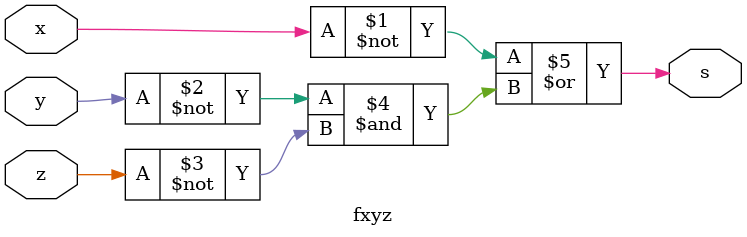
<source format=v>
/*
 Guia_0401
 Laura Iara Silva Santos Xavier - 734661
*/
module fxyz(output s,input  x, y,z);
assign s = ~x | (~y& ~z);
endmodule // fxyz
</source>
